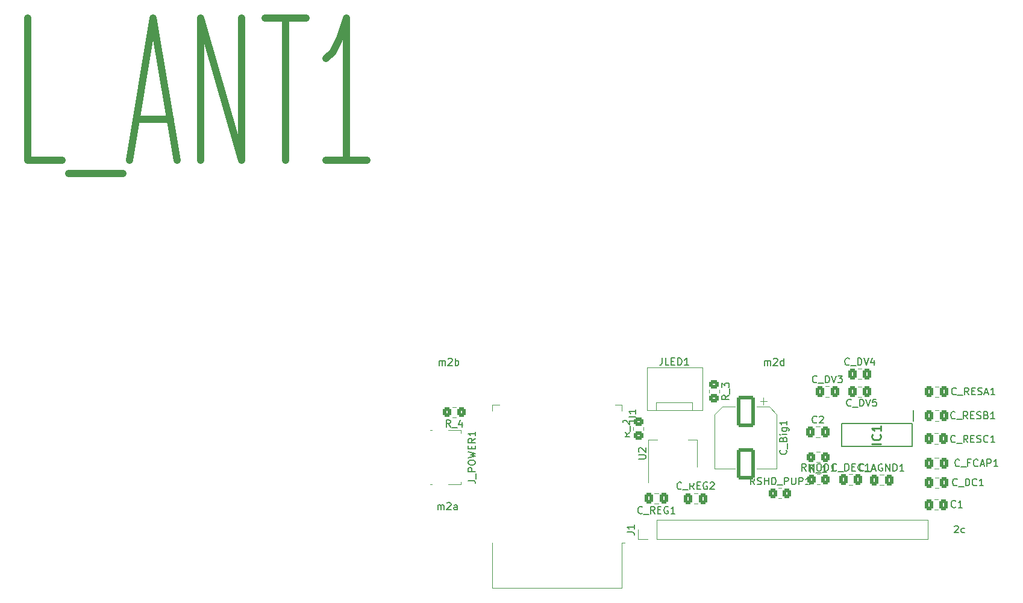
<source format=gto>
%TF.GenerationSoftware,KiCad,Pcbnew,(6.0.7)*%
%TF.CreationDate,2022-11-29T16:33:33-07:00*%
%TF.ProjectId,attiny_rfid_light,61747469-6e79-45f7-9266-69645f6c6967,rev?*%
%TF.SameCoordinates,Original*%
%TF.FileFunction,Legend,Top*%
%TF.FilePolarity,Positive*%
%FSLAX46Y46*%
G04 Gerber Fmt 4.6, Leading zero omitted, Abs format (unit mm)*
G04 Created by KiCad (PCBNEW (6.0.7)) date 2022-11-29 16:33:33*
%MOMM*%
%LPD*%
G01*
G04 APERTURE LIST*
G04 Aperture macros list*
%AMRoundRect*
0 Rectangle with rounded corners*
0 $1 Rounding radius*
0 $2 $3 $4 $5 $6 $7 $8 $9 X,Y pos of 4 corners*
0 Add a 4 corners polygon primitive as box body*
4,1,4,$2,$3,$4,$5,$6,$7,$8,$9,$2,$3,0*
0 Add four circle primitives for the rounded corners*
1,1,$1+$1,$2,$3*
1,1,$1+$1,$4,$5*
1,1,$1+$1,$6,$7*
1,1,$1+$1,$8,$9*
0 Add four rect primitives between the rounded corners*
20,1,$1+$1,$2,$3,$4,$5,0*
20,1,$1+$1,$4,$5,$6,$7,0*
20,1,$1+$1,$6,$7,$8,$9,0*
20,1,$1+$1,$8,$9,$2,$3,0*%
G04 Aperture macros list end*
%ADD10C,0.150000*%
%ADD11C,1.000000*%
%ADD12C,0.254000*%
%ADD13C,0.120000*%
%ADD14C,0.200000*%
%ADD15RoundRect,0.250000X-0.350000X-0.450000X0.350000X-0.450000X0.350000X0.450000X-0.350000X0.450000X0*%
%ADD16R,1.380000X0.450000*%
%ADD17R,1.900000X1.800000*%
%ADD18R,1.300000X1.650000*%
%ADD19R,1.550000X1.425000*%
%ADD20R,1.900000X1.000000*%
%ADD21R,1.700000X1.700000*%
%ADD22O,1.700000X1.700000*%
%ADD23RoundRect,0.250000X0.337500X0.475000X-0.337500X0.475000X-0.337500X-0.475000X0.337500X-0.475000X0*%
%ADD24RoundRect,0.250000X-1.000000X1.950000X-1.000000X-1.950000X1.000000X-1.950000X1.000000X1.950000X0*%
%ADD25R,1.500000X2.000000*%
%ADD26R,3.800000X2.000000*%
%ADD27C,2.100000*%
%ADD28R,1.730000X2.030000*%
%ADD29O,1.730000X2.030000*%
%ADD30RoundRect,0.250000X-0.337500X-0.475000X0.337500X-0.475000X0.337500X0.475000X-0.337500X0.475000X0*%
%ADD31C,1.524000*%
%ADD32RoundRect,0.250000X0.450000X-0.350000X0.450000X0.350000X-0.450000X0.350000X-0.450000X-0.350000X0*%
%ADD33RoundRect,0.250000X0.350000X0.450000X-0.350000X0.450000X-0.350000X-0.450000X0.350000X-0.450000X0*%
%ADD34R,0.650000X1.550000*%
%ADD35R,2.000000X0.900000*%
%ADD36R,0.900000X2.000000*%
%ADD37R,5.000000X5.000000*%
%ADD38RoundRect,0.250000X-0.450000X0.350000X-0.450000X-0.350000X0.450000X-0.350000X0.450000X0.350000X0*%
G04 APERTURE END LIST*
D10*
X118773595Y-144152780D02*
X118440261Y-143676590D01*
X118202166Y-144152780D02*
X118202166Y-143152780D01*
X118583119Y-143152780D01*
X118678357Y-143200400D01*
X118725976Y-143248019D01*
X118773595Y-143343257D01*
X118773595Y-143486114D01*
X118725976Y-143581352D01*
X118678357Y-143628971D01*
X118583119Y-143676590D01*
X118202166Y-143676590D01*
X119202166Y-144152780D02*
X119202166Y-143152780D01*
X119535500Y-143867066D01*
X119868833Y-143152780D01*
X119868833Y-144152780D01*
X120535500Y-143152780D02*
X120725976Y-143152780D01*
X120821214Y-143200400D01*
X120916452Y-143295638D01*
X120964071Y-143486114D01*
X120964071Y-143819447D01*
X120916452Y-144009923D01*
X120821214Y-144105161D01*
X120725976Y-144152780D01*
X120535500Y-144152780D01*
X120440261Y-144105161D01*
X120345023Y-144009923D01*
X120297404Y-143819447D01*
X120297404Y-143486114D01*
X120345023Y-143295638D01*
X120440261Y-143200400D01*
X120535500Y-143152780D01*
X121392642Y-144152780D02*
X121392642Y-143152780D01*
X121630738Y-143152780D01*
X121773595Y-143200400D01*
X121868833Y-143295638D01*
X121916452Y-143390876D01*
X121964071Y-143581352D01*
X121964071Y-143724209D01*
X121916452Y-143914685D01*
X121868833Y-144009923D01*
X121773595Y-144105161D01*
X121630738Y-144152780D01*
X121392642Y-144152780D01*
X122916452Y-144152780D02*
X122345023Y-144152780D01*
X122630738Y-144152780D02*
X122630738Y-143152780D01*
X122535500Y-143295638D01*
X122440261Y-143390876D01*
X122345023Y-143438495D01*
X71332380Y-145501904D02*
X72046666Y-145501904D01*
X72189523Y-145549523D01*
X72284761Y-145644761D01*
X72332380Y-145787619D01*
X72332380Y-145882857D01*
X72427619Y-145263809D02*
X72427619Y-144501904D01*
X72332380Y-144263809D02*
X71332380Y-144263809D01*
X71332380Y-143882857D01*
X71380000Y-143787619D01*
X71427619Y-143740000D01*
X71522857Y-143692380D01*
X71665714Y-143692380D01*
X71760952Y-143740000D01*
X71808571Y-143787619D01*
X71856190Y-143882857D01*
X71856190Y-144263809D01*
X71332380Y-143073333D02*
X71332380Y-142882857D01*
X71380000Y-142787619D01*
X71475238Y-142692380D01*
X71665714Y-142644761D01*
X71999047Y-142644761D01*
X72189523Y-142692380D01*
X72284761Y-142787619D01*
X72332380Y-142882857D01*
X72332380Y-143073333D01*
X72284761Y-143168571D01*
X72189523Y-143263809D01*
X71999047Y-143311428D01*
X71665714Y-143311428D01*
X71475238Y-143263809D01*
X71380000Y-143168571D01*
X71332380Y-143073333D01*
X71332380Y-142311428D02*
X72332380Y-142073333D01*
X71618095Y-141882857D01*
X72332380Y-141692380D01*
X71332380Y-141454285D01*
X71808571Y-141073333D02*
X71808571Y-140740000D01*
X72332380Y-140597142D02*
X72332380Y-141073333D01*
X71332380Y-141073333D01*
X71332380Y-140597142D01*
X72332380Y-139597142D02*
X71856190Y-139930476D01*
X72332380Y-140168571D02*
X71332380Y-140168571D01*
X71332380Y-139787619D01*
X71380000Y-139692380D01*
X71427619Y-139644761D01*
X71522857Y-139597142D01*
X71665714Y-139597142D01*
X71760952Y-139644761D01*
X71808571Y-139692380D01*
X71856190Y-139787619D01*
X71856190Y-140168571D01*
X72332380Y-138644761D02*
X72332380Y-139216190D01*
X72332380Y-138930476D02*
X71332380Y-138930476D01*
X71475238Y-139025714D01*
X71570476Y-139120952D01*
X71618095Y-139216190D01*
X93642380Y-152733333D02*
X94356666Y-152733333D01*
X94499523Y-152780952D01*
X94594761Y-152876190D01*
X94642380Y-153019047D01*
X94642380Y-153114285D01*
X94642380Y-151733333D02*
X94642380Y-152304761D01*
X94642380Y-152019047D02*
X93642380Y-152019047D01*
X93785238Y-152114285D01*
X93880476Y-152209523D01*
X93928095Y-152304761D01*
X139763843Y-140057141D02*
X139716224Y-140104760D01*
X139573367Y-140152379D01*
X139478129Y-140152379D01*
X139335272Y-140104760D01*
X139240034Y-140009522D01*
X139192414Y-139914284D01*
X139144795Y-139723808D01*
X139144795Y-139580951D01*
X139192414Y-139390475D01*
X139240034Y-139295237D01*
X139335272Y-139199999D01*
X139478129Y-139152379D01*
X139573367Y-139152379D01*
X139716224Y-139199999D01*
X139763843Y-139247618D01*
X139954319Y-140247618D02*
X140716224Y-140247618D01*
X141525748Y-140152379D02*
X141192414Y-139676189D01*
X140954319Y-140152379D02*
X140954319Y-139152379D01*
X141335272Y-139152379D01*
X141430510Y-139199999D01*
X141478129Y-139247618D01*
X141525748Y-139342856D01*
X141525748Y-139485713D01*
X141478129Y-139580951D01*
X141430510Y-139628570D01*
X141335272Y-139676189D01*
X140954319Y-139676189D01*
X141954319Y-139628570D02*
X142287653Y-139628570D01*
X142430510Y-140152379D02*
X141954319Y-140152379D01*
X141954319Y-139152379D01*
X142430510Y-139152379D01*
X142811462Y-140104760D02*
X142954319Y-140152379D01*
X143192414Y-140152379D01*
X143287653Y-140104760D01*
X143335272Y-140057141D01*
X143382891Y-139961903D01*
X143382891Y-139866665D01*
X143335272Y-139771427D01*
X143287653Y-139723808D01*
X143192414Y-139676189D01*
X143001938Y-139628570D01*
X142906700Y-139580951D01*
X142859081Y-139533332D01*
X142811462Y-139438094D01*
X142811462Y-139342856D01*
X142859081Y-139247618D01*
X142906700Y-139199999D01*
X143001938Y-139152379D01*
X143240034Y-139152379D01*
X143382891Y-139199999D01*
X144382891Y-140057141D02*
X144335272Y-140104760D01*
X144192414Y-140152379D01*
X144097176Y-140152379D01*
X143954319Y-140104760D01*
X143859081Y-140009522D01*
X143811462Y-139914284D01*
X143763843Y-139723808D01*
X143763843Y-139580951D01*
X143811462Y-139390475D01*
X143859081Y-139295237D01*
X143954319Y-139199999D01*
X144097176Y-139152379D01*
X144192414Y-139152379D01*
X144335272Y-139199999D01*
X144382891Y-139247618D01*
X145335272Y-140152379D02*
X144763843Y-140152379D01*
X145049557Y-140152379D02*
X145049557Y-139152379D01*
X144954319Y-139295237D01*
X144859081Y-139390475D01*
X144763843Y-139438094D01*
X115985442Y-141215495D02*
X116033061Y-141263114D01*
X116080680Y-141405971D01*
X116080680Y-141501209D01*
X116033061Y-141644066D01*
X115937823Y-141739304D01*
X115842585Y-141786923D01*
X115652109Y-141834542D01*
X115509252Y-141834542D01*
X115318776Y-141786923D01*
X115223538Y-141739304D01*
X115128300Y-141644066D01*
X115080680Y-141501209D01*
X115080680Y-141405971D01*
X115128300Y-141263114D01*
X115175919Y-141215495D01*
X116175919Y-141025019D02*
X116175919Y-140263114D01*
X115556871Y-139691685D02*
X115604490Y-139548828D01*
X115652109Y-139501209D01*
X115747347Y-139453590D01*
X115890204Y-139453590D01*
X115985442Y-139501209D01*
X116033061Y-139548828D01*
X116080680Y-139644066D01*
X116080680Y-140025019D01*
X115080680Y-140025019D01*
X115080680Y-139691685D01*
X115128300Y-139596447D01*
X115175919Y-139548828D01*
X115271157Y-139501209D01*
X115366395Y-139501209D01*
X115461633Y-139548828D01*
X115509252Y-139596447D01*
X115556871Y-139691685D01*
X115556871Y-140025019D01*
X116080680Y-139025019D02*
X115414014Y-139025019D01*
X115080680Y-139025019D02*
X115128300Y-139072638D01*
X115175919Y-139025019D01*
X115128300Y-138977400D01*
X115080680Y-139025019D01*
X115175919Y-139025019D01*
X115414014Y-138120257D02*
X116223538Y-138120257D01*
X116318776Y-138167876D01*
X116366395Y-138215495D01*
X116414014Y-138310733D01*
X116414014Y-138453590D01*
X116366395Y-138548828D01*
X116033061Y-138120257D02*
X116080680Y-138215495D01*
X116080680Y-138405971D01*
X116033061Y-138501209D01*
X115985442Y-138548828D01*
X115890204Y-138596447D01*
X115604490Y-138596447D01*
X115509252Y-138548828D01*
X115461633Y-138501209D01*
X115414014Y-138405971D01*
X115414014Y-138215495D01*
X115461633Y-138120257D01*
X116080680Y-137120257D02*
X116080680Y-137691685D01*
X116080680Y-137405971D02*
X115080680Y-137405971D01*
X115223538Y-137501209D01*
X115318776Y-137596447D01*
X115366395Y-137691685D01*
X95260832Y-142480204D02*
X96070356Y-142480204D01*
X96165594Y-142432585D01*
X96213213Y-142384966D01*
X96260832Y-142289728D01*
X96260832Y-142099252D01*
X96213213Y-142004014D01*
X96165594Y-141956395D01*
X96070356Y-141908776D01*
X95260832Y-141908776D01*
X95356071Y-141480204D02*
X95308452Y-141432585D01*
X95260832Y-141337347D01*
X95260832Y-141099252D01*
X95308452Y-141004014D01*
X95356071Y-140956395D01*
X95451309Y-140908776D01*
X95546547Y-140908776D01*
X95689404Y-140956395D01*
X96260832Y-141527823D01*
X96260832Y-140908776D01*
X112942857Y-129332380D02*
X112942857Y-128665714D01*
X112942857Y-128760952D02*
X112990476Y-128713333D01*
X113085714Y-128665714D01*
X113228571Y-128665714D01*
X113323809Y-128713333D01*
X113371428Y-128808571D01*
X113371428Y-129332380D01*
X113371428Y-128808571D02*
X113419047Y-128713333D01*
X113514285Y-128665714D01*
X113657142Y-128665714D01*
X113752380Y-128713333D01*
X113800000Y-128808571D01*
X113800000Y-129332380D01*
X114228571Y-128427619D02*
X114276190Y-128380000D01*
X114371428Y-128332380D01*
X114609523Y-128332380D01*
X114704761Y-128380000D01*
X114752380Y-128427619D01*
X114800000Y-128522857D01*
X114800000Y-128618095D01*
X114752380Y-128760952D01*
X114180952Y-129332380D01*
X114800000Y-129332380D01*
X115657142Y-129332380D02*
X115657142Y-128332380D01*
X115657142Y-129284761D02*
X115561904Y-129332380D01*
X115371428Y-129332380D01*
X115276190Y-129284761D01*
X115228571Y-129237142D01*
X115180952Y-129141904D01*
X115180952Y-128856190D01*
X115228571Y-128760952D01*
X115276190Y-128713333D01*
X115371428Y-128665714D01*
X115561904Y-128665714D01*
X115657142Y-128713333D01*
X98575223Y-128295680D02*
X98575223Y-129009966D01*
X98527604Y-129152823D01*
X98432366Y-129248061D01*
X98289509Y-129295680D01*
X98194271Y-129295680D01*
X99527604Y-129295680D02*
X99051414Y-129295680D01*
X99051414Y-128295680D01*
X99860938Y-128771871D02*
X100194271Y-128771871D01*
X100337128Y-129295680D02*
X99860938Y-129295680D01*
X99860938Y-128295680D01*
X100337128Y-128295680D01*
X100765700Y-129295680D02*
X100765700Y-128295680D01*
X101003795Y-128295680D01*
X101146652Y-128343300D01*
X101241890Y-128438538D01*
X101289509Y-128533776D01*
X101337128Y-128724252D01*
X101337128Y-128867109D01*
X101289509Y-129057585D01*
X101241890Y-129152823D01*
X101146652Y-129248061D01*
X101003795Y-129295680D01*
X100765700Y-129295680D01*
X102289509Y-129295680D02*
X101718080Y-129295680D01*
X102003795Y-129295680D02*
X102003795Y-128295680D01*
X101908557Y-128438538D01*
X101813319Y-128533776D01*
X101718080Y-128581395D01*
X67222857Y-129332380D02*
X67222857Y-128665714D01*
X67222857Y-128760952D02*
X67270476Y-128713333D01*
X67365714Y-128665714D01*
X67508571Y-128665714D01*
X67603809Y-128713333D01*
X67651428Y-128808571D01*
X67651428Y-129332380D01*
X67651428Y-128808571D02*
X67699047Y-128713333D01*
X67794285Y-128665714D01*
X67937142Y-128665714D01*
X68032380Y-128713333D01*
X68080000Y-128808571D01*
X68080000Y-129332380D01*
X68508571Y-128427619D02*
X68556190Y-128380000D01*
X68651428Y-128332380D01*
X68889523Y-128332380D01*
X68984761Y-128380000D01*
X69032380Y-128427619D01*
X69080000Y-128522857D01*
X69080000Y-128618095D01*
X69032380Y-128760952D01*
X68460952Y-129332380D01*
X69080000Y-129332380D01*
X69508571Y-129332380D02*
X69508571Y-128332380D01*
X69508571Y-128713333D02*
X69603809Y-128665714D01*
X69794285Y-128665714D01*
X69889523Y-128713333D01*
X69937142Y-128760952D01*
X69984761Y-128856190D01*
X69984761Y-129141904D01*
X69937142Y-129237142D01*
X69889523Y-129284761D01*
X69794285Y-129332380D01*
X69603809Y-129332380D01*
X69508571Y-129284761D01*
X120300533Y-137341242D02*
X120252914Y-137388861D01*
X120110057Y-137436480D01*
X120014819Y-137436480D01*
X119871961Y-137388861D01*
X119776723Y-137293623D01*
X119729104Y-137198385D01*
X119681485Y-137007909D01*
X119681485Y-136865052D01*
X119729104Y-136674576D01*
X119776723Y-136579338D01*
X119871961Y-136484100D01*
X120014819Y-136436480D01*
X120110057Y-136436480D01*
X120252914Y-136484100D01*
X120300533Y-136531719D01*
X120681485Y-136531719D02*
X120729104Y-136484100D01*
X120824342Y-136436480D01*
X121062438Y-136436480D01*
X121157676Y-136484100D01*
X121205295Y-136531719D01*
X121252914Y-136626957D01*
X121252914Y-136722195D01*
X121205295Y-136865052D01*
X120633866Y-137436480D01*
X121252914Y-137436480D01*
X140019153Y-146155492D02*
X139971534Y-146203111D01*
X139828677Y-146250730D01*
X139733439Y-146250730D01*
X139590582Y-146203111D01*
X139495344Y-146107873D01*
X139447725Y-146012635D01*
X139400106Y-145822159D01*
X139400106Y-145679302D01*
X139447725Y-145488826D01*
X139495344Y-145393588D01*
X139590582Y-145298350D01*
X139733439Y-145250730D01*
X139828677Y-145250730D01*
X139971534Y-145298350D01*
X140019153Y-145345969D01*
X140209630Y-146345969D02*
X140971534Y-146345969D01*
X141209630Y-146250730D02*
X141209630Y-145250730D01*
X141447725Y-145250730D01*
X141590582Y-145298350D01*
X141685820Y-145393588D01*
X141733439Y-145488826D01*
X141781058Y-145679302D01*
X141781058Y-145822159D01*
X141733439Y-146012635D01*
X141685820Y-146107873D01*
X141590582Y-146203111D01*
X141447725Y-146250730D01*
X141209630Y-146250730D01*
X142781058Y-146155492D02*
X142733439Y-146203111D01*
X142590582Y-146250730D01*
X142495344Y-146250730D01*
X142352487Y-146203111D01*
X142257249Y-146107873D01*
X142209630Y-146012635D01*
X142162011Y-145822159D01*
X142162011Y-145679302D01*
X142209630Y-145488826D01*
X142257249Y-145393588D01*
X142352487Y-145298350D01*
X142495344Y-145250730D01*
X142590582Y-145250730D01*
X142733439Y-145298350D01*
X142781058Y-145345969D01*
X143733439Y-146250730D02*
X143162011Y-146250730D01*
X143447725Y-146250730D02*
X143447725Y-145250730D01*
X143352487Y-145393588D01*
X143257249Y-145488826D01*
X143162011Y-145536445D01*
D11*
X14210476Y-100487619D02*
X9448571Y-100487619D01*
X9448571Y-80487619D01*
X15162857Y-102392380D02*
X22781904Y-102392380D01*
X24686666Y-94773333D02*
X29448571Y-94773333D01*
X23734285Y-100487619D02*
X27067619Y-80487619D01*
X30400952Y-100487619D01*
X33734285Y-100487619D02*
X33734285Y-80487619D01*
X39448571Y-100487619D01*
X39448571Y-80487619D01*
X42781904Y-80487619D02*
X48496190Y-80487619D01*
X45639047Y-100487619D02*
X45639047Y-80487619D01*
X57067619Y-100487619D02*
X51353333Y-100487619D01*
X54210476Y-100487619D02*
X54210476Y-80487619D01*
X53258095Y-83344761D01*
X52305714Y-85249523D01*
X51353333Y-86201904D01*
D10*
X95775500Y-150066242D02*
X95727880Y-150113861D01*
X95585023Y-150161480D01*
X95489785Y-150161480D01*
X95346928Y-150113861D01*
X95251690Y-150018623D01*
X95204071Y-149923385D01*
X95156452Y-149732909D01*
X95156452Y-149590052D01*
X95204071Y-149399576D01*
X95251690Y-149304338D01*
X95346928Y-149209100D01*
X95489785Y-149161480D01*
X95585023Y-149161480D01*
X95727880Y-149209100D01*
X95775500Y-149256719D01*
X95965976Y-150256719D02*
X96727880Y-150256719D01*
X97537404Y-150161480D02*
X97204071Y-149685290D01*
X96965976Y-150161480D02*
X96965976Y-149161480D01*
X97346928Y-149161480D01*
X97442166Y-149209100D01*
X97489785Y-149256719D01*
X97537404Y-149351957D01*
X97537404Y-149494814D01*
X97489785Y-149590052D01*
X97442166Y-149637671D01*
X97346928Y-149685290D01*
X96965976Y-149685290D01*
X97965976Y-149637671D02*
X98299309Y-149637671D01*
X98442166Y-150161480D02*
X97965976Y-150161480D01*
X97965976Y-149161480D01*
X98442166Y-149161480D01*
X99394547Y-149209100D02*
X99299309Y-149161480D01*
X99156452Y-149161480D01*
X99013595Y-149209100D01*
X98918357Y-149304338D01*
X98870738Y-149399576D01*
X98823119Y-149590052D01*
X98823119Y-149732909D01*
X98870738Y-149923385D01*
X98918357Y-150018623D01*
X99013595Y-150113861D01*
X99156452Y-150161480D01*
X99251690Y-150161480D01*
X99394547Y-150113861D01*
X99442166Y-150066242D01*
X99442166Y-149732909D01*
X99251690Y-149732909D01*
X100394547Y-150161480D02*
X99823119Y-150161480D01*
X100108833Y-150161480D02*
X100108833Y-149161480D01*
X100013595Y-149304338D01*
X99918357Y-149399576D01*
X99823119Y-149447195D01*
X125135861Y-134977185D02*
X125088242Y-135024804D01*
X124945385Y-135072423D01*
X124850147Y-135072423D01*
X124707290Y-135024804D01*
X124612052Y-134929566D01*
X124564432Y-134834328D01*
X124516813Y-134643852D01*
X124516813Y-134500995D01*
X124564432Y-134310519D01*
X124612052Y-134215281D01*
X124707290Y-134120043D01*
X124850147Y-134072423D01*
X124945385Y-134072423D01*
X125088242Y-134120043D01*
X125135861Y-134167662D01*
X125326337Y-135167662D02*
X126088242Y-135167662D01*
X126326337Y-135072423D02*
X126326337Y-134072423D01*
X126564432Y-134072423D01*
X126707290Y-134120043D01*
X126802528Y-134215281D01*
X126850147Y-134310519D01*
X126897766Y-134500995D01*
X126897766Y-134643852D01*
X126850147Y-134834328D01*
X126802528Y-134929566D01*
X126707290Y-135024804D01*
X126564432Y-135072423D01*
X126326337Y-135072423D01*
X127183480Y-134072423D02*
X127516813Y-135072423D01*
X127850147Y-134072423D01*
X128659671Y-134072423D02*
X128183480Y-134072423D01*
X128135861Y-134548614D01*
X128183480Y-134500995D01*
X128278718Y-134453376D01*
X128516813Y-134453376D01*
X128612052Y-134500995D01*
X128659671Y-134548614D01*
X128707290Y-134643852D01*
X128707290Y-134881947D01*
X128659671Y-134977185D01*
X128612052Y-135024804D01*
X128516813Y-135072423D01*
X128278718Y-135072423D01*
X128183480Y-135024804D01*
X128135861Y-134977185D01*
X101288500Y-146642577D02*
X101240880Y-146690196D01*
X101098023Y-146737815D01*
X101002785Y-146737815D01*
X100859928Y-146690196D01*
X100764690Y-146594958D01*
X100717071Y-146499720D01*
X100669452Y-146309244D01*
X100669452Y-146166387D01*
X100717071Y-145975911D01*
X100764690Y-145880673D01*
X100859928Y-145785435D01*
X101002785Y-145737815D01*
X101098023Y-145737815D01*
X101240880Y-145785435D01*
X101288500Y-145833054D01*
X101478976Y-146833054D02*
X102240880Y-146833054D01*
X103050404Y-146737815D02*
X102717071Y-146261625D01*
X102478976Y-146737815D02*
X102478976Y-145737815D01*
X102859928Y-145737815D01*
X102955166Y-145785435D01*
X103002785Y-145833054D01*
X103050404Y-145928292D01*
X103050404Y-146071149D01*
X103002785Y-146166387D01*
X102955166Y-146214006D01*
X102859928Y-146261625D01*
X102478976Y-146261625D01*
X103478976Y-146214006D02*
X103812309Y-146214006D01*
X103955166Y-146737815D02*
X103478976Y-146737815D01*
X103478976Y-145737815D01*
X103955166Y-145737815D01*
X104907547Y-145785435D02*
X104812309Y-145737815D01*
X104669452Y-145737815D01*
X104526595Y-145785435D01*
X104431357Y-145880673D01*
X104383738Y-145975911D01*
X104336119Y-146166387D01*
X104336119Y-146309244D01*
X104383738Y-146499720D01*
X104431357Y-146594958D01*
X104526595Y-146690196D01*
X104669452Y-146737815D01*
X104764690Y-146737815D01*
X104907547Y-146690196D01*
X104955166Y-146642577D01*
X104955166Y-146309244D01*
X104764690Y-146309244D01*
X105336119Y-145833054D02*
X105383738Y-145785435D01*
X105478976Y-145737815D01*
X105717071Y-145737815D01*
X105812309Y-145785435D01*
X105859928Y-145833054D01*
X105907547Y-145928292D01*
X105907547Y-146023530D01*
X105859928Y-146166387D01*
X105288500Y-146737815D01*
X105907547Y-146737815D01*
X140339982Y-143425942D02*
X140292363Y-143473561D01*
X140149505Y-143521180D01*
X140054267Y-143521180D01*
X139911410Y-143473561D01*
X139816172Y-143378323D01*
X139768553Y-143283085D01*
X139720934Y-143092609D01*
X139720934Y-142949752D01*
X139768553Y-142759276D01*
X139816172Y-142664038D01*
X139911410Y-142568800D01*
X140054267Y-142521180D01*
X140149505Y-142521180D01*
X140292363Y-142568800D01*
X140339982Y-142616419D01*
X140530458Y-143616419D02*
X141292363Y-143616419D01*
X141863791Y-142997371D02*
X141530458Y-142997371D01*
X141530458Y-143521180D02*
X141530458Y-142521180D01*
X142006648Y-142521180D01*
X142959029Y-143425942D02*
X142911410Y-143473561D01*
X142768553Y-143521180D01*
X142673315Y-143521180D01*
X142530458Y-143473561D01*
X142435220Y-143378323D01*
X142387601Y-143283085D01*
X142339982Y-143092609D01*
X142339982Y-142949752D01*
X142387601Y-142759276D01*
X142435220Y-142664038D01*
X142530458Y-142568800D01*
X142673315Y-142521180D01*
X142768553Y-142521180D01*
X142911410Y-142568800D01*
X142959029Y-142616419D01*
X143339982Y-143235466D02*
X143816172Y-143235466D01*
X143244744Y-143521180D02*
X143578077Y-142521180D01*
X143911410Y-143521180D01*
X144244744Y-143521180D02*
X144244744Y-142521180D01*
X144625696Y-142521180D01*
X144720934Y-142568800D01*
X144768553Y-142616419D01*
X144816172Y-142711657D01*
X144816172Y-142854514D01*
X144768553Y-142949752D01*
X144720934Y-142997371D01*
X144625696Y-143044990D01*
X144244744Y-143044990D01*
X145768553Y-143521180D02*
X145197124Y-143521180D01*
X145482839Y-143521180D02*
X145482839Y-142521180D01*
X145387601Y-142664038D01*
X145292363Y-142759276D01*
X145197124Y-142806895D01*
X138366659Y-152852333D02*
X138366659Y-152185667D01*
X138366659Y-152280905D02*
X138414278Y-152233286D01*
X138509516Y-152185667D01*
X138652373Y-152185667D01*
X138747612Y-152233286D01*
X138795231Y-152328524D01*
X138795231Y-152852333D01*
X138795231Y-152328524D02*
X138842850Y-152233286D01*
X138938088Y-152185667D01*
X139080945Y-152185667D01*
X139176183Y-152233286D01*
X139223802Y-152328524D01*
X139223802Y-152852333D01*
X139652373Y-151947572D02*
X139699993Y-151899953D01*
X139795231Y-151852333D01*
X140033326Y-151852333D01*
X140128564Y-151899953D01*
X140176183Y-151947572D01*
X140223802Y-152042810D01*
X140223802Y-152138048D01*
X140176183Y-152280905D01*
X139604754Y-152852333D01*
X140223802Y-152852333D01*
X141080945Y-152804714D02*
X140985707Y-152852333D01*
X140795231Y-152852333D01*
X140699993Y-152804714D01*
X140652373Y-152757095D01*
X140604754Y-152661857D01*
X140604754Y-152376143D01*
X140652373Y-152280905D01*
X140699993Y-152233286D01*
X140795231Y-152185667D01*
X140985707Y-152185667D01*
X141080945Y-152233286D01*
X94032980Y-138748419D02*
X93556790Y-139081752D01*
X94032980Y-139319847D02*
X93032980Y-139319847D01*
X93032980Y-138938895D01*
X93080600Y-138843657D01*
X93128219Y-138796038D01*
X93223457Y-138748419D01*
X93366314Y-138748419D01*
X93461552Y-138796038D01*
X93509171Y-138843657D01*
X93556790Y-138938895D01*
X93556790Y-139319847D01*
X94128219Y-138557942D02*
X94128219Y-137796038D01*
X93128219Y-137605561D02*
X93080600Y-137557942D01*
X93032980Y-137462704D01*
X93032980Y-137224609D01*
X93080600Y-137129371D01*
X93128219Y-137081752D01*
X93223457Y-137034133D01*
X93318695Y-137034133D01*
X93461552Y-137081752D01*
X94032980Y-137653180D01*
X94032980Y-137034133D01*
X119951280Y-144315580D02*
X119617947Y-143839390D01*
X119379852Y-144315580D02*
X119379852Y-143315580D01*
X119760804Y-143315580D01*
X119856042Y-143363200D01*
X119903661Y-143410819D01*
X119951280Y-143506057D01*
X119951280Y-143648914D01*
X119903661Y-143744152D01*
X119856042Y-143791771D01*
X119760804Y-143839390D01*
X119379852Y-143839390D01*
X120141757Y-144410819D02*
X120903661Y-144410819D01*
X121665566Y-144315580D02*
X121094138Y-144315580D01*
X121379852Y-144315580D02*
X121379852Y-143315580D01*
X121284614Y-143458438D01*
X121189376Y-143553676D01*
X121094138Y-143601295D01*
X120321909Y-131668942D02*
X120274290Y-131716561D01*
X120131433Y-131764180D01*
X120036195Y-131764180D01*
X119893338Y-131716561D01*
X119798100Y-131621323D01*
X119750480Y-131526085D01*
X119702861Y-131335609D01*
X119702861Y-131192752D01*
X119750480Y-131002276D01*
X119798100Y-130907038D01*
X119893338Y-130811800D01*
X120036195Y-130764180D01*
X120131433Y-130764180D01*
X120274290Y-130811800D01*
X120321909Y-130859419D01*
X120512385Y-131859419D02*
X121274290Y-131859419D01*
X121512385Y-131764180D02*
X121512385Y-130764180D01*
X121750480Y-130764180D01*
X121893338Y-130811800D01*
X121988576Y-130907038D01*
X122036195Y-131002276D01*
X122083814Y-131192752D01*
X122083814Y-131335609D01*
X122036195Y-131526085D01*
X121988576Y-131621323D01*
X121893338Y-131716561D01*
X121750480Y-131764180D01*
X121512385Y-131764180D01*
X122369528Y-130764180D02*
X122702861Y-131764180D01*
X123036195Y-130764180D01*
X123274290Y-130764180D02*
X123893338Y-130764180D01*
X123560004Y-131145133D01*
X123702861Y-131145133D01*
X123798100Y-131192752D01*
X123845719Y-131240371D01*
X123893338Y-131335609D01*
X123893338Y-131573704D01*
X123845719Y-131668942D01*
X123798100Y-131716561D01*
X123702861Y-131764180D01*
X123417147Y-131764180D01*
X123321909Y-131716561D01*
X123274290Y-131668942D01*
X111566571Y-146075280D02*
X111233238Y-145599090D01*
X110995142Y-146075280D02*
X110995142Y-145075280D01*
X111376095Y-145075280D01*
X111471333Y-145122900D01*
X111518952Y-145170519D01*
X111566571Y-145265757D01*
X111566571Y-145408614D01*
X111518952Y-145503852D01*
X111471333Y-145551471D01*
X111376095Y-145599090D01*
X110995142Y-145599090D01*
X111947523Y-146027661D02*
X112090380Y-146075280D01*
X112328476Y-146075280D01*
X112423714Y-146027661D01*
X112471333Y-145980042D01*
X112518952Y-145884804D01*
X112518952Y-145789566D01*
X112471333Y-145694328D01*
X112423714Y-145646709D01*
X112328476Y-145599090D01*
X112138000Y-145551471D01*
X112042761Y-145503852D01*
X111995142Y-145456233D01*
X111947523Y-145360995D01*
X111947523Y-145265757D01*
X111995142Y-145170519D01*
X112042761Y-145122900D01*
X112138000Y-145075280D01*
X112376095Y-145075280D01*
X112518952Y-145122900D01*
X112947523Y-146075280D02*
X112947523Y-145075280D01*
X112947523Y-145551471D02*
X113518952Y-145551471D01*
X113518952Y-146075280D02*
X113518952Y-145075280D01*
X113995142Y-146075280D02*
X113995142Y-145075280D01*
X114233238Y-145075280D01*
X114376095Y-145122900D01*
X114471333Y-145218138D01*
X114518952Y-145313376D01*
X114566571Y-145503852D01*
X114566571Y-145646709D01*
X114518952Y-145837185D01*
X114471333Y-145932423D01*
X114376095Y-146027661D01*
X114233238Y-146075280D01*
X113995142Y-146075280D01*
X114757047Y-146170519D02*
X115518952Y-146170519D01*
X115757047Y-146075280D02*
X115757047Y-145075280D01*
X116138000Y-145075280D01*
X116233238Y-145122900D01*
X116280857Y-145170519D01*
X116328476Y-145265757D01*
X116328476Y-145408614D01*
X116280857Y-145503852D01*
X116233238Y-145551471D01*
X116138000Y-145599090D01*
X115757047Y-145599090D01*
X116757047Y-145075280D02*
X116757047Y-145884804D01*
X116804666Y-145980042D01*
X116852285Y-146027661D01*
X116947523Y-146075280D01*
X117138000Y-146075280D01*
X117233238Y-146027661D01*
X117280857Y-145980042D01*
X117328476Y-145884804D01*
X117328476Y-145075280D01*
X117804666Y-146075280D02*
X117804666Y-145075280D01*
X118185619Y-145075280D01*
X118280857Y-145122900D01*
X118328476Y-145170519D01*
X118376095Y-145265757D01*
X118376095Y-145408614D01*
X118328476Y-145503852D01*
X118280857Y-145551471D01*
X118185619Y-145599090D01*
X117804666Y-145599090D01*
X119328476Y-146075280D02*
X118757047Y-146075280D01*
X119042761Y-146075280D02*
X119042761Y-145075280D01*
X118947523Y-145218138D01*
X118852285Y-145313376D01*
X118757047Y-145360995D01*
X124877309Y-129204742D02*
X124829690Y-129252361D01*
X124686833Y-129299980D01*
X124591595Y-129299980D01*
X124448738Y-129252361D01*
X124353500Y-129157123D01*
X124305880Y-129061885D01*
X124258261Y-128871409D01*
X124258261Y-128728552D01*
X124305880Y-128538076D01*
X124353500Y-128442838D01*
X124448738Y-128347600D01*
X124591595Y-128299980D01*
X124686833Y-128299980D01*
X124829690Y-128347600D01*
X124877309Y-128395219D01*
X125067785Y-129395219D02*
X125829690Y-129395219D01*
X126067785Y-129299980D02*
X126067785Y-128299980D01*
X126305880Y-128299980D01*
X126448738Y-128347600D01*
X126543976Y-128442838D01*
X126591595Y-128538076D01*
X126639214Y-128728552D01*
X126639214Y-128871409D01*
X126591595Y-129061885D01*
X126543976Y-129157123D01*
X126448738Y-129252361D01*
X126305880Y-129299980D01*
X126067785Y-129299980D01*
X126924928Y-128299980D02*
X127258261Y-129299980D01*
X127591595Y-128299980D01*
X128353500Y-128633314D02*
X128353500Y-129299980D01*
X128115404Y-128252361D02*
X127877309Y-128966647D01*
X128496357Y-128966647D01*
X123079800Y-144054342D02*
X123032180Y-144101961D01*
X122889323Y-144149580D01*
X122794085Y-144149580D01*
X122651228Y-144101961D01*
X122555990Y-144006723D01*
X122508371Y-143911485D01*
X122460752Y-143721009D01*
X122460752Y-143578152D01*
X122508371Y-143387676D01*
X122555990Y-143292438D01*
X122651228Y-143197200D01*
X122794085Y-143149580D01*
X122889323Y-143149580D01*
X123032180Y-143197200D01*
X123079800Y-143244819D01*
X123270276Y-144244819D02*
X124032180Y-144244819D01*
X124270276Y-144149580D02*
X124270276Y-143149580D01*
X124508371Y-143149580D01*
X124651228Y-143197200D01*
X124746466Y-143292438D01*
X124794085Y-143387676D01*
X124841704Y-143578152D01*
X124841704Y-143721009D01*
X124794085Y-143911485D01*
X124746466Y-144006723D01*
X124651228Y-144101961D01*
X124508371Y-144149580D01*
X124270276Y-144149580D01*
X125270276Y-143625771D02*
X125603609Y-143625771D01*
X125746466Y-144149580D02*
X125270276Y-144149580D01*
X125270276Y-143149580D01*
X125746466Y-143149580D01*
X126746466Y-144054342D02*
X126698847Y-144101961D01*
X126555990Y-144149580D01*
X126460752Y-144149580D01*
X126317895Y-144101961D01*
X126222657Y-144006723D01*
X126175038Y-143911485D01*
X126127419Y-143721009D01*
X126127419Y-143578152D01*
X126175038Y-143387676D01*
X126222657Y-143292438D01*
X126317895Y-143197200D01*
X126460752Y-143149580D01*
X126555990Y-143149580D01*
X126698847Y-143197200D01*
X126746466Y-143244819D01*
X127698847Y-144149580D02*
X127127419Y-144149580D01*
X127413133Y-144149580D02*
X127413133Y-143149580D01*
X127317895Y-143292438D01*
X127222657Y-143387676D01*
X127127419Y-143435295D01*
X67043357Y-149611080D02*
X67043357Y-148944414D01*
X67043357Y-149039652D02*
X67090976Y-148992033D01*
X67186214Y-148944414D01*
X67329071Y-148944414D01*
X67424309Y-148992033D01*
X67471928Y-149087271D01*
X67471928Y-149611080D01*
X67471928Y-149087271D02*
X67519547Y-148992033D01*
X67614785Y-148944414D01*
X67757642Y-148944414D01*
X67852880Y-148992033D01*
X67900500Y-149087271D01*
X67900500Y-149611080D01*
X68329071Y-148706319D02*
X68376690Y-148658700D01*
X68471928Y-148611080D01*
X68710023Y-148611080D01*
X68805261Y-148658700D01*
X68852880Y-148706319D01*
X68900500Y-148801557D01*
X68900500Y-148896795D01*
X68852880Y-149039652D01*
X68281452Y-149611080D01*
X68900500Y-149611080D01*
X69757642Y-149611080D02*
X69757642Y-149087271D01*
X69710023Y-148992033D01*
X69614785Y-148944414D01*
X69424309Y-148944414D01*
X69329071Y-148992033D01*
X69757642Y-149563461D02*
X69662404Y-149611080D01*
X69424309Y-149611080D01*
X69329071Y-149563461D01*
X69281452Y-149468223D01*
X69281452Y-149372985D01*
X69329071Y-149277747D01*
X69424309Y-149230128D01*
X69662404Y-149230128D01*
X69757642Y-149182509D01*
X139758909Y-136735742D02*
X139711290Y-136783361D01*
X139568433Y-136830980D01*
X139473195Y-136830980D01*
X139330338Y-136783361D01*
X139235100Y-136688123D01*
X139187480Y-136592885D01*
X139139861Y-136402409D01*
X139139861Y-136259552D01*
X139187480Y-136069076D01*
X139235100Y-135973838D01*
X139330338Y-135878600D01*
X139473195Y-135830980D01*
X139568433Y-135830980D01*
X139711290Y-135878600D01*
X139758909Y-135926219D01*
X139949385Y-136926219D02*
X140711290Y-136926219D01*
X141520814Y-136830980D02*
X141187480Y-136354790D01*
X140949385Y-136830980D02*
X140949385Y-135830980D01*
X141330338Y-135830980D01*
X141425576Y-135878600D01*
X141473195Y-135926219D01*
X141520814Y-136021457D01*
X141520814Y-136164314D01*
X141473195Y-136259552D01*
X141425576Y-136307171D01*
X141330338Y-136354790D01*
X140949385Y-136354790D01*
X141949385Y-136307171D02*
X142282719Y-136307171D01*
X142425576Y-136830980D02*
X141949385Y-136830980D01*
X141949385Y-135830980D01*
X142425576Y-135830980D01*
X142806528Y-136783361D02*
X142949385Y-136830980D01*
X143187480Y-136830980D01*
X143282719Y-136783361D01*
X143330338Y-136735742D01*
X143377957Y-136640504D01*
X143377957Y-136545266D01*
X143330338Y-136450028D01*
X143282719Y-136402409D01*
X143187480Y-136354790D01*
X142997004Y-136307171D01*
X142901766Y-136259552D01*
X142854147Y-136211933D01*
X142806528Y-136116695D01*
X142806528Y-136021457D01*
X142854147Y-135926219D01*
X142901766Y-135878600D01*
X142997004Y-135830980D01*
X143235100Y-135830980D01*
X143377957Y-135878600D01*
X144139861Y-136307171D02*
X144282719Y-136354790D01*
X144330338Y-136402409D01*
X144377957Y-136497647D01*
X144377957Y-136640504D01*
X144330338Y-136735742D01*
X144282719Y-136783361D01*
X144187480Y-136830980D01*
X143806528Y-136830980D01*
X143806528Y-135830980D01*
X144139861Y-135830980D01*
X144235100Y-135878600D01*
X144282719Y-135926219D01*
X144330338Y-136021457D01*
X144330338Y-136116695D01*
X144282719Y-136211933D01*
X144235100Y-136259552D01*
X144139861Y-136307171D01*
X143806528Y-136307171D01*
X145330338Y-136830980D02*
X144758909Y-136830980D01*
X145044623Y-136830980D02*
X145044623Y-135830980D01*
X144949385Y-135973838D01*
X144854147Y-136069076D01*
X144758909Y-136116695D01*
D12*
X129313023Y-140361761D02*
X128043023Y-140361761D01*
X129192071Y-139031285D02*
X129252547Y-139091761D01*
X129313023Y-139273190D01*
X129313023Y-139394142D01*
X129252547Y-139575571D01*
X129131595Y-139696523D01*
X129010642Y-139757000D01*
X128768738Y-139817476D01*
X128587309Y-139817476D01*
X128345404Y-139757000D01*
X128224452Y-139696523D01*
X128103500Y-139575571D01*
X128043023Y-139394142D01*
X128043023Y-139273190D01*
X128103500Y-139091761D01*
X128163976Y-139031285D01*
X129313023Y-137821761D02*
X129313023Y-138547476D01*
X129313023Y-138184619D02*
X128043023Y-138184619D01*
X128224452Y-138305571D01*
X128345404Y-138426523D01*
X128405880Y-138547476D01*
D10*
X139813981Y-149214478D02*
X139766362Y-149262097D01*
X139623505Y-149309716D01*
X139528267Y-149309716D01*
X139385409Y-149262097D01*
X139290171Y-149166859D01*
X139242552Y-149071621D01*
X139194933Y-148881145D01*
X139194933Y-148738288D01*
X139242552Y-148547812D01*
X139290171Y-148452574D01*
X139385409Y-148357336D01*
X139528267Y-148309716D01*
X139623505Y-148309716D01*
X139766362Y-148357336D01*
X139813981Y-148404955D01*
X140766362Y-149309716D02*
X140194933Y-149309716D01*
X140480648Y-149309716D02*
X140480648Y-148309716D01*
X140385409Y-148452574D01*
X140290171Y-148547812D01*
X140194933Y-148595431D01*
X126935100Y-144090942D02*
X126887480Y-144138561D01*
X126744623Y-144186180D01*
X126649385Y-144186180D01*
X126506528Y-144138561D01*
X126411290Y-144043323D01*
X126363671Y-143948085D01*
X126316052Y-143757609D01*
X126316052Y-143614752D01*
X126363671Y-143424276D01*
X126411290Y-143329038D01*
X126506528Y-143233800D01*
X126649385Y-143186180D01*
X126744623Y-143186180D01*
X126887480Y-143233800D01*
X126935100Y-143281419D01*
X127125576Y-144281419D02*
X127887480Y-144281419D01*
X128077957Y-143900466D02*
X128554147Y-143900466D01*
X127982719Y-144186180D02*
X128316052Y-143186180D01*
X128649385Y-144186180D01*
X129506528Y-143233800D02*
X129411290Y-143186180D01*
X129268433Y-143186180D01*
X129125576Y-143233800D01*
X129030338Y-143329038D01*
X128982719Y-143424276D01*
X128935100Y-143614752D01*
X128935100Y-143757609D01*
X128982719Y-143948085D01*
X129030338Y-144043323D01*
X129125576Y-144138561D01*
X129268433Y-144186180D01*
X129363671Y-144186180D01*
X129506528Y-144138561D01*
X129554147Y-144090942D01*
X129554147Y-143757609D01*
X129363671Y-143757609D01*
X129982719Y-144186180D02*
X129982719Y-143186180D01*
X130554147Y-144186180D01*
X130554147Y-143186180D01*
X131030338Y-144186180D02*
X131030338Y-143186180D01*
X131268433Y-143186180D01*
X131411290Y-143233800D01*
X131506528Y-143329038D01*
X131554147Y-143424276D01*
X131601766Y-143614752D01*
X131601766Y-143757609D01*
X131554147Y-143948085D01*
X131506528Y-144043323D01*
X131411290Y-144138561D01*
X131268433Y-144186180D01*
X131030338Y-144186180D01*
X132554147Y-144186180D02*
X131982719Y-144186180D01*
X132268433Y-144186180D02*
X132268433Y-143186180D01*
X132173195Y-143329038D01*
X132077957Y-143424276D01*
X131982719Y-143471895D01*
X68815080Y-138004580D02*
X68481747Y-137528390D01*
X68243652Y-138004580D02*
X68243652Y-137004580D01*
X68624604Y-137004580D01*
X68719842Y-137052200D01*
X68767461Y-137099819D01*
X68815080Y-137195057D01*
X68815080Y-137337914D01*
X68767461Y-137433152D01*
X68719842Y-137480771D01*
X68624604Y-137528390D01*
X68243652Y-137528390D01*
X69005557Y-138099819D02*
X69767461Y-138099819D01*
X70434128Y-137337914D02*
X70434128Y-138004580D01*
X70196033Y-136956961D02*
X69957938Y-137671247D01*
X70576985Y-137671247D01*
X139905749Y-133362465D02*
X139858130Y-133410084D01*
X139715272Y-133457703D01*
X139620034Y-133457703D01*
X139477177Y-133410084D01*
X139381939Y-133314846D01*
X139334320Y-133219608D01*
X139286701Y-133029132D01*
X139286701Y-132886275D01*
X139334320Y-132695799D01*
X139381939Y-132600561D01*
X139477177Y-132505323D01*
X139620034Y-132457703D01*
X139715272Y-132457703D01*
X139858130Y-132505323D01*
X139905749Y-132552942D01*
X140096225Y-133552942D02*
X140858130Y-133552942D01*
X141667653Y-133457703D02*
X141334320Y-132981513D01*
X141096225Y-133457703D02*
X141096225Y-132457703D01*
X141477177Y-132457703D01*
X141572415Y-132505323D01*
X141620034Y-132552942D01*
X141667653Y-132648180D01*
X141667653Y-132791037D01*
X141620034Y-132886275D01*
X141572415Y-132933894D01*
X141477177Y-132981513D01*
X141096225Y-132981513D01*
X142096225Y-132933894D02*
X142429558Y-132933894D01*
X142572415Y-133457703D02*
X142096225Y-133457703D01*
X142096225Y-132457703D01*
X142572415Y-132457703D01*
X142953368Y-133410084D02*
X143096225Y-133457703D01*
X143334320Y-133457703D01*
X143429558Y-133410084D01*
X143477177Y-133362465D01*
X143524796Y-133267227D01*
X143524796Y-133171989D01*
X143477177Y-133076751D01*
X143429558Y-133029132D01*
X143334320Y-132981513D01*
X143143844Y-132933894D01*
X143048606Y-132886275D01*
X143000987Y-132838656D01*
X142953368Y-132743418D01*
X142953368Y-132648180D01*
X143000987Y-132552942D01*
X143048606Y-132505323D01*
X143143844Y-132457703D01*
X143381939Y-132457703D01*
X143524796Y-132505323D01*
X143905749Y-133171989D02*
X144381939Y-133171989D01*
X143810511Y-133457703D02*
X144143844Y-132457703D01*
X144477177Y-133457703D01*
X145334320Y-133457703D02*
X144762891Y-133457703D01*
X145048606Y-133457703D02*
X145048606Y-132457703D01*
X144953368Y-132600561D01*
X144858130Y-132695799D01*
X144762891Y-132743418D01*
X93882380Y-137111904D02*
X94691904Y-137111904D01*
X94787142Y-137064285D01*
X94834761Y-137016666D01*
X94882380Y-136921428D01*
X94882380Y-136730952D01*
X94834761Y-136635714D01*
X94787142Y-136588095D01*
X94691904Y-136540476D01*
X93882380Y-136540476D01*
X94882380Y-135540476D02*
X94882380Y-136111904D01*
X94882380Y-135826190D02*
X93882380Y-135826190D01*
X94025238Y-135921428D01*
X94120476Y-136016666D01*
X94168095Y-136111904D01*
X107980380Y-133519819D02*
X107504190Y-133853152D01*
X107980380Y-134091247D02*
X106980380Y-134091247D01*
X106980380Y-133710295D01*
X107028000Y-133615057D01*
X107075619Y-133567438D01*
X107170857Y-133519819D01*
X107313714Y-133519819D01*
X107408952Y-133567438D01*
X107456571Y-133615057D01*
X107504190Y-133710295D01*
X107504190Y-134091247D01*
X108075619Y-133329342D02*
X108075619Y-132567438D01*
X106980380Y-132424580D02*
X106980380Y-131805533D01*
X107361333Y-132138866D01*
X107361333Y-131996009D01*
X107408952Y-131900771D01*
X107456571Y-131853152D01*
X107551809Y-131805533D01*
X107789904Y-131805533D01*
X107885142Y-131853152D01*
X107932761Y-131900771D01*
X107980380Y-131996009D01*
X107980380Y-132281723D01*
X107932761Y-132376961D01*
X107885142Y-132424580D01*
D13*
X120308436Y-146085400D02*
X120762564Y-146085400D01*
X120308436Y-144615400D02*
X120762564Y-144615400D01*
X70290000Y-146050000D02*
X70290000Y-145670000D01*
X68520000Y-138430000D02*
X70290000Y-138430000D01*
X70290000Y-146050000D02*
X68520000Y-146050000D01*
X70290000Y-138430000D02*
X70290000Y-138810000D01*
X66240000Y-146050000D02*
X65980000Y-146050000D01*
X65980000Y-138430000D02*
X66240000Y-138430000D01*
X97790000Y-151070000D02*
X135950000Y-151070000D01*
X97790000Y-153730000D02*
X97790000Y-151070000D01*
X135950000Y-153730000D02*
X135950000Y-151070000D01*
X95190000Y-153730000D02*
X95190000Y-152400000D01*
X97790000Y-153730000D02*
X135950000Y-153730000D01*
X96520000Y-153730000D02*
X95190000Y-153730000D01*
X137352752Y-140359600D02*
X136830248Y-140359600D01*
X137352752Y-138889600D02*
X136830248Y-138889600D01*
X113623863Y-135117400D02*
X114688300Y-136181837D01*
X105968300Y-143837400D02*
X108818300Y-143837400D01*
X105968300Y-136181837D02*
X105968300Y-143837400D01*
X114688300Y-143837400D02*
X111838300Y-143837400D01*
X113623863Y-135117400D02*
X111838300Y-135117400D01*
X112838300Y-133877400D02*
X112838300Y-134877400D01*
X107032737Y-135117400D02*
X108818300Y-135117400D01*
X114688300Y-136181837D02*
X114688300Y-143837400D01*
X107032737Y-135117400D02*
X105968300Y-136181837D01*
X113338300Y-134377400D02*
X112338300Y-134377400D01*
X103457200Y-143568300D02*
X103457200Y-139808300D01*
X96637200Y-139808300D02*
X97897200Y-139808300D01*
X103457200Y-139808300D02*
X102197200Y-139808300D01*
X96637200Y-145818300D02*
X96637200Y-139808300D01*
X102845700Y-134533300D02*
X102845700Y-135543300D01*
X104215700Y-129593300D02*
X104215700Y-135643300D01*
X96415700Y-129593300D02*
X104215700Y-129593300D01*
X97765700Y-134533300D02*
X102845700Y-134533300D01*
X97765700Y-135543300D02*
X97765700Y-134533300D01*
X96415700Y-135643300D02*
X96415700Y-129593300D01*
X104215700Y-135643300D02*
X96415700Y-135643300D01*
X120205948Y-139399100D02*
X120728452Y-139399100D01*
X120205948Y-137929100D02*
X120728452Y-137929100D01*
X136898748Y-145090100D02*
X137421252Y-145090100D01*
X136898748Y-146560100D02*
X137421252Y-146560100D01*
X98036752Y-147294100D02*
X97514248Y-147294100D01*
X98036752Y-148764100D02*
X97514248Y-148764100D01*
X126089548Y-133771400D02*
X126612052Y-133771400D01*
X126089548Y-132301400D02*
X126612052Y-132301400D01*
X103027248Y-148793200D02*
X103549752Y-148793200D01*
X103027248Y-147323200D02*
X103549752Y-147323200D01*
X136874248Y-143803800D02*
X137396752Y-143803800D01*
X136874248Y-142333800D02*
X137396752Y-142333800D01*
X95965600Y-138427864D02*
X95965600Y-137973736D01*
X94495600Y-138427864D02*
X94495600Y-137973736D01*
X120725964Y-142948200D02*
X120271836Y-142948200D01*
X120725964Y-141478200D02*
X120271836Y-141478200D01*
X121536848Y-132256800D02*
X122059352Y-132256800D01*
X121536848Y-133726800D02*
X122059352Y-133726800D01*
X114910936Y-146537900D02*
X115365064Y-146537900D01*
X114910936Y-148007900D02*
X115365064Y-148007900D01*
X126092248Y-129792600D02*
X126614752Y-129792600D01*
X126092248Y-131262600D02*
X126614752Y-131262600D01*
X124818548Y-146112200D02*
X125341052Y-146112200D01*
X124818548Y-144642200D02*
X125341052Y-144642200D01*
X136893848Y-135643600D02*
X137416352Y-135643600D01*
X136893848Y-137113600D02*
X137416352Y-137113600D01*
D14*
X133683500Y-137522000D02*
X133683500Y-140722000D01*
X133683500Y-140722000D02*
X123793500Y-140722000D01*
X123793500Y-140722000D02*
X123793500Y-137522000D01*
X123793500Y-137522000D02*
X133683500Y-137522000D01*
X133858500Y-135622000D02*
X133858500Y-137172000D01*
D13*
X137341652Y-148164500D02*
X136819148Y-148164500D01*
X137341652Y-149634500D02*
X136819148Y-149634500D01*
X129173848Y-144678800D02*
X129696352Y-144678800D01*
X129173848Y-146148800D02*
X129696352Y-146148800D01*
X69589764Y-135167200D02*
X69135636Y-135167200D01*
X69589764Y-136637200D02*
X69135636Y-136637200D01*
X136898748Y-132301400D02*
X137421252Y-132301400D01*
X136898748Y-133771400D02*
X137421252Y-133771400D01*
X92940000Y-154225000D02*
X93320000Y-154225000D01*
X74700000Y-135680000D02*
X74700000Y-134900000D01*
X74700000Y-134900000D02*
X75700000Y-134900000D01*
X92940000Y-160645000D02*
X92940000Y-154225000D01*
X74700000Y-160645000D02*
X74700000Y-154225000D01*
X92940000Y-160645000D02*
X74700000Y-160645000D01*
X92940000Y-134900000D02*
X91940000Y-134900000D01*
X92940000Y-135680000D02*
X92940000Y-134900000D01*
X105143000Y-132745136D02*
X105143000Y-133199264D01*
X106613000Y-132745136D02*
X106613000Y-133199264D01*
%LPC*%
D15*
X121535500Y-145350400D03*
X119535500Y-145350400D03*
D16*
X70040000Y-140940000D03*
X70040000Y-141590000D03*
X70040000Y-142240000D03*
X70040000Y-142890000D03*
X70040000Y-143540000D03*
D17*
X67380000Y-141090000D03*
D18*
X67380000Y-145615000D03*
X67380000Y-138865000D03*
D19*
X69955000Y-139752500D03*
D20*
X67380000Y-143790000D03*
D19*
X69955000Y-144727500D03*
D21*
X96520000Y-152400000D03*
D22*
X99060000Y-152400000D03*
X101600000Y-152400000D03*
X104140000Y-152400000D03*
X106680000Y-152400000D03*
X109220000Y-152400000D03*
X111760000Y-152400000D03*
X114300000Y-152400000D03*
X116840000Y-152400000D03*
X119380000Y-152400000D03*
X121920000Y-152400000D03*
X124460000Y-152400000D03*
X127000000Y-152400000D03*
X129540000Y-152400000D03*
X132080000Y-152400000D03*
X134620000Y-152400000D03*
D23*
X138129000Y-139624600D03*
X136054000Y-139624600D03*
D24*
X110328300Y-135777400D03*
X110328300Y-143177400D03*
D25*
X97747200Y-144868300D03*
X100047200Y-144868300D03*
D26*
X100047200Y-138568300D03*
D25*
X102347200Y-144868300D03*
D27*
X114300000Y-132080000D03*
D28*
X97765700Y-132243300D03*
D29*
X100305700Y-132243300D03*
X102845700Y-132243300D03*
D27*
X68580000Y-132080000D03*
D30*
X119429700Y-138664100D03*
X121504700Y-138664100D03*
X136122500Y-145825100D03*
X138197500Y-145825100D03*
D31*
X138663196Y-130386600D03*
X103553500Y-97133234D03*
D23*
X98813000Y-148029100D03*
X96738000Y-148029100D03*
D30*
X125313300Y-133036400D03*
X127388300Y-133036400D03*
X102251000Y-148058200D03*
X104326000Y-148058200D03*
X136098000Y-143068800D03*
X138173000Y-143068800D03*
D27*
X138420400Y-152599000D03*
D32*
X95230600Y-139200800D03*
X95230600Y-137200800D03*
D33*
X121498900Y-142213200D03*
X119498900Y-142213200D03*
D30*
X120760600Y-132991800D03*
X122835600Y-132991800D03*
D15*
X114138000Y-147272900D03*
X116138000Y-147272900D03*
D30*
X125316000Y-130527600D03*
X127391000Y-130527600D03*
X124042300Y-145377200D03*
X126117300Y-145377200D03*
D27*
X68400500Y-152358700D03*
D30*
X136117600Y-136378600D03*
X138192600Y-136378600D03*
D34*
X133183500Y-136397000D03*
X131913500Y-136397000D03*
X130643500Y-136397000D03*
X129373500Y-136397000D03*
X128103500Y-136397000D03*
X126833500Y-136397000D03*
X125563500Y-136397000D03*
X124293500Y-136397000D03*
X124293500Y-141847000D03*
X125563500Y-141847000D03*
X126833500Y-141847000D03*
X128103500Y-141847000D03*
X129373500Y-141847000D03*
X130643500Y-141847000D03*
X131913500Y-141847000D03*
X133183500Y-141847000D03*
D23*
X138117900Y-148899500D03*
X136042900Y-148899500D03*
D30*
X128397600Y-145413800D03*
X130472600Y-145413800D03*
D33*
X70362700Y-135902200D03*
X68362700Y-135902200D03*
D30*
X136122500Y-133036400D03*
X138197500Y-133036400D03*
D35*
X92320000Y-153035000D03*
X92320000Y-151765000D03*
X92320000Y-150495000D03*
X92320000Y-149225000D03*
X92320000Y-147955000D03*
X92320000Y-146685000D03*
X92320000Y-145415000D03*
X92320000Y-144145000D03*
X92320000Y-142875000D03*
X92320000Y-141605000D03*
X92320000Y-140335000D03*
X92320000Y-139065000D03*
X92320000Y-137795000D03*
X92320000Y-136525000D03*
D36*
X89535000Y-135525000D03*
X88265000Y-135525000D03*
X86995000Y-135525000D03*
X85725000Y-135525000D03*
X84455000Y-135525000D03*
X83185000Y-135525000D03*
X81915000Y-135525000D03*
X80645000Y-135525000D03*
X79375000Y-135525000D03*
X78105000Y-135525000D03*
D35*
X75320000Y-136525000D03*
X75320000Y-137795000D03*
X75320000Y-139065000D03*
X75320000Y-140335000D03*
X75320000Y-141605000D03*
X75320000Y-142875000D03*
X75320000Y-144145000D03*
X75320000Y-145415000D03*
X75320000Y-146685000D03*
X75320000Y-147955000D03*
X75320000Y-149225000D03*
X75320000Y-150495000D03*
X75320000Y-151765000D03*
X75320000Y-153035000D03*
D37*
X84820000Y-145535000D03*
D38*
X105878000Y-131972200D03*
X105878000Y-133972200D03*
M02*

</source>
